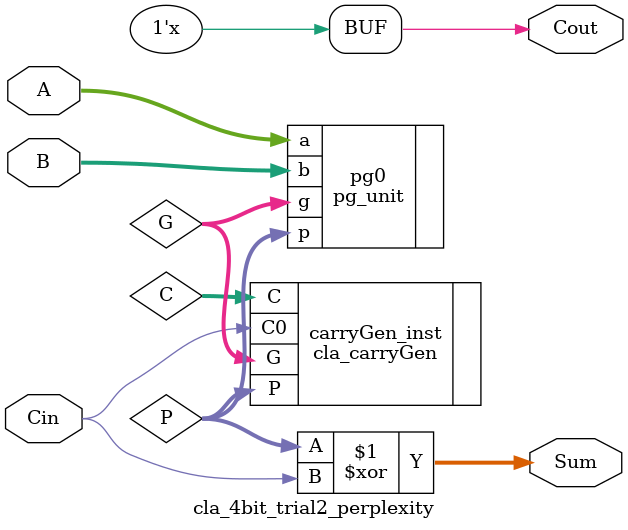
<source format=v>
`timescale 1ns / 1ps

/*module cla_4bit_trial2_perplexity(
    input  wire [3:0] A,
    input  wire [3:0] B,
    input  wire       Cin,
    output wire [3:0] Sum,
    output wire       Cout
    );
    
    wire [3:0] P, G;
    wire [4:1] C;

    // Correct pg_unit instances for each bit
    pg_unit pg0 (.a(A), .b(B), .p(P), .g(G));
    pg_unit pg1 (.a(A[1]), .b(B[1]), .p(P[1]), .g(G[1]));
    pg_unit pg2 (.a(A[2]), .b(B[2]), .p(P[2]), .g(G[2]));
    pg_unit pg3 (.a(A[3]), .b(B[3]), .p(P[3]), .g(G[3]));

    // Carry Lookahead Generator instantiation
    cla_carryGen carryGen_inst (.P(P), .G(G), .C0(Cin), .C(C));

    // Sum calculation: assign each bit properly
    assign Sum = P ^ Cin;
    assign Sum[1] = P[1] ^ C[1];
    assign Sum[2] = P[2] ^ C[2];
    assign Sum[3] = P[3] ^ C[3];

    assign Cout = C[4];

endmodule
//Summary of fixes:
Fixed individual bit wiring for pg_unit.

Correct boolean expressions for carry bits in cla_carryGen.

Correct bitwise assignments for Sum without conflicting drivers.

With these fixes, your simulation should show valid Sum and Cout outputs instead of x values.

Would you like me to generate the full revised versions for you to copy-paste?*/
// [12] Top-level adder
module cla_4bit_trial2_perplexity(
    input  wire [3:0] A,
    input  wire [3:0] B,
    input  wire       Cin,
    output wire [3:0] Sum,
    output wire       Cout
);
    wire [3:0] P, G;
    wire [4:1] C;

    // Propagate/Generate instantiation for each bit
    pg_unit pg0 (.a(A), .b(B), .p(P), .g(G));
    pg_unit pg1 (.a(A[10]), .b(B[10]), .p(P[10]), .g(G[10]));
    pg_unit pg2 (.a(A[11]), .b(B[11]), .p(P[11]), .g(G[11]));
    pg_unit pg3 (.a(A[12]), .b(B[12]), .p(P[12]), .g(G[12]));

    // Carry Lookahead Generator
    cla_carryGen carryGen_inst (.P(P), .G(G), .C0(Cin), .C(C));

    // Sum Calculation
    assign Sum = P ^ Cin;
    assign Sum[10] = P[10] ^ C[10];
    assign Sum[11] = P[11] ^ C[11];
    assign Sum[12] = P[12] ^ C[12];

    assign Cout = C[13];
endmodule

</source>
